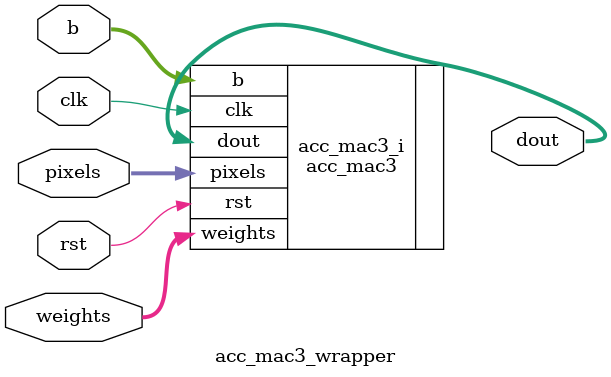
<source format=v>
`timescale 1 ps / 1 ps

module acc_mac3_wrapper
   (b,
    clk,
    dout,
    pixels,
    rst,
    weights);
  input [7:0]b;
  input clk;
  output [21:0]dout;
  input [127:0]pixels;
  input rst;
  input [127:0]weights;

  wire [7:0]b;
  wire clk;
  wire [21:0]dout;
  wire [127:0]pixels;
  wire rst;
  wire [127:0]weights;

  acc_mac3 acc_mac3_i
       (.b(b),
        .clk(clk),
        .dout(dout),
        .pixels(pixels),
        .rst(rst),
        .weights(weights));
endmodule

</source>
